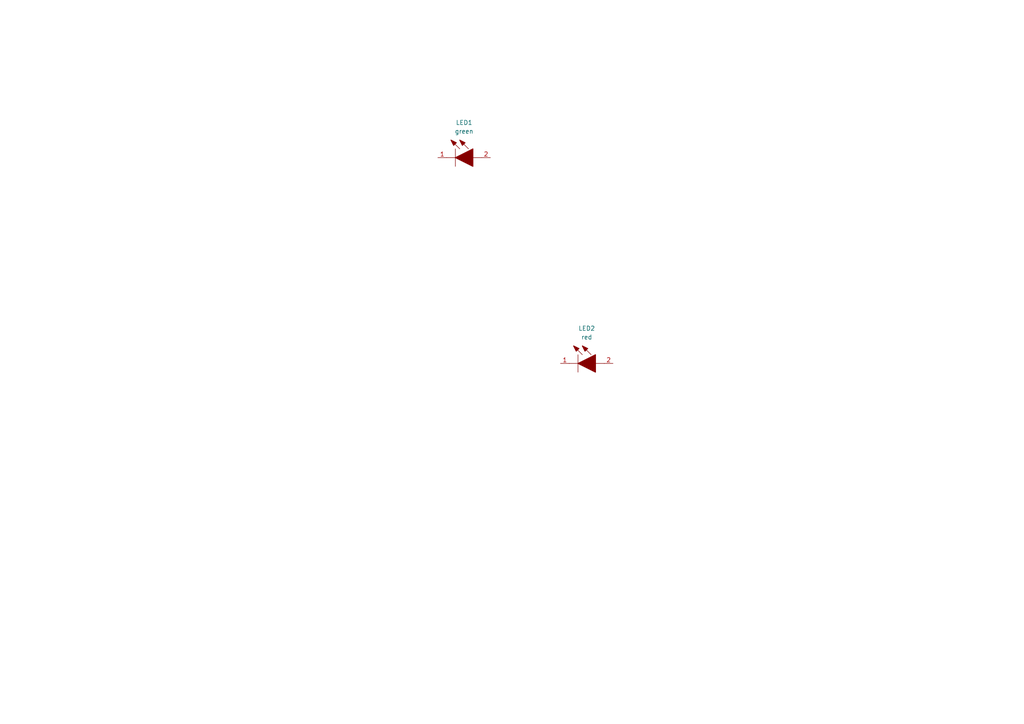
<source format=kicad_sch>
(kicad_sch (version 20211123) (generator eeschema)
  (paper "A4")
  (title_block (title "SmartWatch - [4] LEDs") (date "2022-06-19") (comment 4 "Simon Brenninger"))
  (lib_symbols
    (symbol "LED green:150080GS75000" (pin_names (offset 0.762))
      (property "Reference" "LED" (at 12.7 8.89 0))
      (property "Value" "150080GS75000" (at 12.7 6.35 0))
      (symbol "150080GS75000_0_0"
        (pin passive line (at 0 0 0) (length 2.54) (name "~") (number "1"))
        (pin passive line (at 15.24 0 180) (length 2.54) (name "~") (number "2"))
      )
      (symbol "150080GS75000_0_1"
        (polyline (pts (xy 2.54 0) (xy 5.08 0)) (stroke (width 0.1524)))
        (polyline (pts (xy 5.08 2.54) (xy 5.08 -2.54)) (stroke (width 0.1524)))
        (polyline (pts (xy 6.35 2.54) (xy 3.81 5.08)) (stroke (width 0.1524)))
        (polyline (pts (xy 8.89 2.54) (xy 6.35 5.08)) (stroke (width 0.1524)))
        (polyline (pts (xy 10.16 0) (xy 12.7 0)) (stroke (width 0.1524)))
        (polyline (pts (xy 5.08 0) (xy 10.16 2.54) (xy 10.16 -2.54) (xy 5.08 0)) (stroke (width 0.254)) (fill (type outline)))
        (polyline (pts (xy 5.334 4.318) (xy 4.572 3.556) (xy 3.81 5.08) (xy 5.334 4.318)) (stroke (width 0.254)) (fill (type outline)))
        (polyline (pts (xy 7.874 4.318) (xy 7.112 3.556) (xy 6.35 5.08) (xy 7.874 4.318)) (stroke (width 0.254)) (fill (type outline)))
      )
    )
    (symbol "LED red:150060SS75000" (pin_names (offset 0.762))
      (property "Reference" "LED" (at 12.7 8.89 0))
      (property "Value" "150060SS75000" (at 12.7 6.35 0))
      (symbol "150060SS75000_0_0"
        (pin passive line (at 0 0 0) (length 2.54) (name "~") (number "1"))
        (pin passive line (at 15.24 0 180) (length 2.54) (name "~") (number "2"))
      )
      (symbol "150060SS75000_0_1"
        (polyline (pts (xy 2.54 0) (xy 5.08 0)) (stroke (width 0.1524)))
        (polyline (pts (xy 5.08 2.54) (xy 5.08 -2.54)) (stroke (width 0.1524)))
        (polyline (pts (xy 6.35 2.54) (xy 3.81 5.08)) (stroke (width 0.1524)))
        (polyline (pts (xy 8.89 2.54) (xy 6.35 5.08)) (stroke (width 0.1524)))
        (polyline (pts (xy 10.16 0) (xy 12.7 0)) (stroke (width 0.1524)))
        (polyline (pts (xy 5.08 0) (xy 10.16 2.54) (xy 10.16 -2.54) (xy 5.08 0)) (stroke (width 0.254)) (fill (type outline)))
        (polyline (pts (xy 5.334 4.318) (xy 4.572 3.556) (xy 3.81 5.08) (xy 5.334 4.318)) (stroke (width 0.254)) (fill (type outline)))
        (polyline (pts (xy 7.874 4.318) (xy 7.112 3.556) (xy 6.35 5.08) (xy 7.874 4.318)) (stroke (width 0.254)) (fill (type outline)))
      )
    )
  )
  (symbol (lib_id "LED red:150060SS75000") (at 162.56 105.41 0) (unit 1)
    (property "Reference" "LED2" (at 170.18 95.25 0))
    (property "Value" "red" (at 170.18 97.79 0))
    (property "Footprint" "LEDC1608X80N" (effects hide))
    (property "Description" "LED,Wurth Elektronik,150060SS75000 Wurth Elektronik 150060SS75000, WL-SMCW Series Red LED, 630 nm, 1608 (0603) Clear, Rectangle Lens SMD Package" (effects hide))
    (property "Height" "0.8" (effects hide))
    (property "Mouser Part Number" "710-150060SS75000" (effects hide))
    (property "Mouser Price/Stock" "https://www.mouser.co.uk/ProductDetail/Wurth-Elektronik/150060SS75000?qs=LlUlMxKIyB0oQaxwspeTEA%3D%3D" (effects hide))
    (property "Manufacturer_Name" "Wurth Elektronik" (effects hide))
    (property "Manufacturer_Part_Number" "150060SS75000" (effects hide))
  )
  (symbol (lib_id "LED green:150080GS75000") (at 127 45.72 0) (unit 1)
    (property "Reference" "LED1" (at 134.62 35.56 0))
    (property "Value" "green" (at 134.62 38.1 0))
    (property "Footprint" "LEDM2012X80N" (effects hide))
    (property "Datasheet" "https://katalog.we-online.com/led/datasheet/150080GS75000.pdf" (effects hide))
    (property "Description" "150080GS75000, Wurth Elektronik WL-SMCW 520 nm Green LED, 2012 (0805) Clear SMD package" (effects hide))
    (property "Height" "0.8" (effects hide))
    (property "Mouser Part Number" "710-150080GS75000" (effects hide))
    (property "Mouser Price/Stock" "https://www.mouser.co.uk/ProductDetail/Wurth-Elektronik/150080GS75000?qs=2kOmHSv6VfQRoTEZVk1mGA%3D%3D" (effects hide))
    (property "Manufacturer_Name" "Wurth Elektronik" (effects hide))
    (property "Manufacturer_Part_Number" "150080GS75000" (effects hide))
  )
)
</source>
